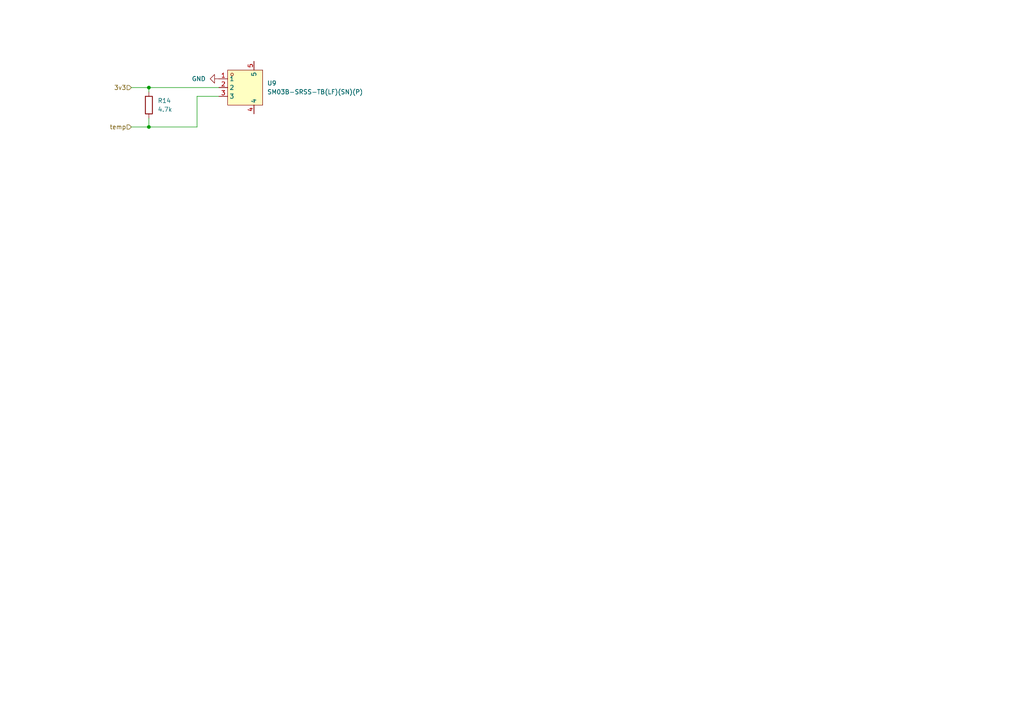
<source format=kicad_sch>
(kicad_sch (version 20250114) (generator "eeschema") (generator_version "9.0")
  (paper "A4")
  (lib_symbols
    (symbol "Device:R" (pin_numbers (hide yes)) (pin_names (offset 0))
      (property "Reference" "R" (at 2.032 0 90))
      (property "Value" "R" (at 0 0 90))
      (symbol "R_0_1"
        (rectangle (start -1.016 -2.54) (end 1.016 2.54) (stroke (width 0.254)))
      )
      (symbol "R_1_1"
        (pin passive line (at 0 3.81 270) (length 1.27) (name "~") (number "1"))
        (pin passive line (at 0 -3.81 90) (length 1.27) (name "~") (number "2"))
      )
    )
    (symbol "easyeda2kicad:SM03B-SRSS-TB(LF)(SN)(P)"
      (property "Reference" "U" (at 0 12.7 0))
      (property "Value" "SM03B-SRSS-TB(LF)(SN)(P)" (at 0 -12.7 0))
      (symbol "SM03B-SRSS-TB(LF)(SN)(P)_0_1"
        (rectangle (start -2.54 5.08) (end 7.62 -5.08) (fill (type background)))
        (circle (center -1.27 3.81) (radius 0.38))
        (pin unspecified line (at -5.08 2.54 0) (length 2.54) (name "1") (number "1"))
        (pin unspecified line (at -5.08 0 0) (length 2.54) (name "2") (number "2"))
        (pin unspecified line (at -5.08 -2.54 0) (length 2.54) (name "3") (number "3"))
        (pin unspecified line (at 5.08 7.62 270) (length 2.54) (name "5") (number "5"))
        (pin unspecified line (at 5.08 -7.62 90) (length 2.54) (name "4") (number "4"))
      )
    )
    (symbol "power:GND" (power) (pin_numbers (hide yes)) (pin_names (offset 0) (hide yes))
      (property "Value" "GND" (at 0 -3.81 0))
      (symbol "GND_0_1"
        (polyline (pts (xy 0 0) (xy 0 -1.27) (xy 1.27 -1.27) (xy 0 -2.54) (xy -1.27 -1.27) (xy 0 -1.27)))
      )
      (symbol "GND_1_1"
        (pin power_in line (at 0 0 270) (length 0) (name "~") (number "1"))
      )
    )
  )
  (junction (at 43.18 36.83))
  (junction (at 43.18 25.4))
  (wire (pts (xy 43.18 34.29) (xy 43.18 36.83)))
  (wire (pts (xy 38.1 36.83) (xy 43.18 36.83)))
  (wire (pts (xy 43.18 36.83) (xy 57.15 36.83)))
  (wire (pts (xy 57.15 36.83) (xy 57.15 27.94)))
  (wire (pts (xy 57.15 27.94) (xy 63.5 27.94)))
  (wire (pts (xy 43.18 25.4) (xy 63.5 25.4)))
  (wire (pts (xy 43.18 25.4) (xy 43.18 26.67)))
  (wire (pts (xy 38.1 25.4) (xy 43.18 25.4)))
  (hierarchical_label "3v3" (shape input) (at 38.1 25.4 180))
  (hierarchical_label "temp" (shape input) (at 38.1 36.83 180))
  (symbol (lib_id "Device:R") (at 43.18 30.48 0) (unit 1)
    (property "Reference" "R14" (at 45.72 29.2099 0) (effects (justify left)))
    (property "Value" "4.7k" (at 45.72 31.7499 0) (effects (justify left)))
    (property "Footprint" "Resistor_SMD:R_0603_1608Metric" (effects (hide yes)))
    (property "Description" "Resistor" (effects (hide yes)))
  )
  (symbol (lib_id "easyeda2kicad:SM03B-SRSS-TB(LF)(SN)(P)") (at 68.58 25.4 0) (unit 1)
    (property "Reference" "U9" (at 77.47 24.1299 0) (effects (justify left)))
    (property "Value" "SM03B-SRSS-TB(LF)(SN)(P)" (at 77.47 26.6699 0) (effects (justify left)))
    (property "Footprint" "easyeda2kicad:CONN-SMD_SM03B-SRSS-TB-LF-SN-P" (effects (hide yes)))
    (property "Datasheet" "https://lcsc.com/product-detail/Others_JST-Sales-America__JST-Sales-America-SM03B-SRSS-TB-LF-SN-P_C160403.html" (effects (hide yes)))
    (property "LCSC Part" "C160403" (effects (hide yes)))
  )
  (symbol (lib_id "power:GND") (at 63.5 22.86 270) (unit 1)
    (property "Reference" "#PWR017" (effects (hide yes)))
    (property "Value" "GND" (at 59.69 22.8599 90) (effects (justify right)))
    (property "Description" "Power symbol creates a global label with name \"GND\" , ground" (effects (hide yes)))
  )
)
</source>
